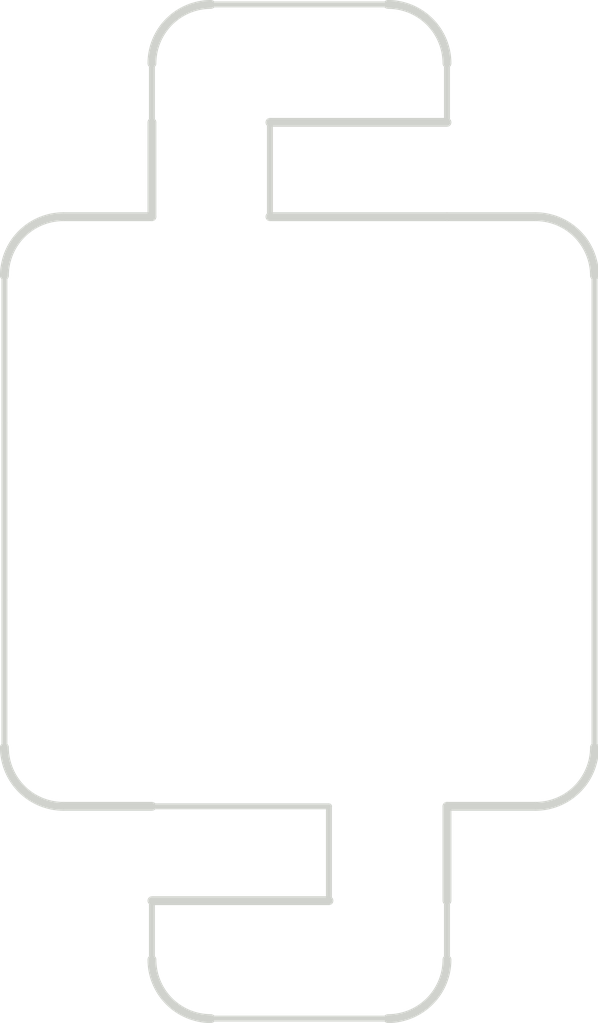
<source format=kicad_pcb>
(kicad_pcb (version 20221018) (generator pcbnew)

  (general
    (thickness 1.6)
  )

  (paper "User" 699.999 799.998)
  (layers
    (0 "F.Cu" signal)
    (31 "B.Cu" signal)
    (32 "B.Adhes" user "B.Adhesive")
    (33 "F.Adhes" user "F.Adhesive")
    (34 "B.Paste" user)
    (35 "F.Paste" user)
    (36 "B.SilkS" user "B.Silkscreen")
    (37 "F.SilkS" user "F.Silkscreen")
    (38 "B.Mask" user)
    (39 "F.Mask" user)
    (40 "Dwgs.User" user "User.Drawings")
    (41 "Cmts.User" user "User.Comments")
    (42 "Eco1.User" user "User.Eco1")
    (43 "Eco2.User" user "User.Eco2")
    (44 "Edge.Cuts" user)
    (45 "Margin" user)
    (46 "B.CrtYd" user "B.Courtyard")
    (47 "F.CrtYd" user "F.Courtyard")
    (48 "B.Fab" user)
    (49 "F.Fab" user)
    (50 "User.1" user)
    (51 "User.2" user)
    (52 "User.3" user)
    (53 "User.4" user)
    (54 "User.5" user)
    (55 "User.6" user)
    (56 "User.7" user)
    (57 "User.8" user)
    (58 "User.9" user)
  )

  (setup
    (stackup
      (layer "F.SilkS" (type "Top Silk Screen"))
      (layer "F.Paste" (type "Top Solder Paste"))
      (layer "F.Mask" (type "Top Solder Mask") (thickness 0.01))
      (layer "F.Cu" (type "copper") (thickness 0.07))
      (layer "dielectric 1" (type "core") (thickness 0.7) (material "FR4") (epsilon_r 4.5) (loss_tangent 0.02))
      (layer "B.Cu" (type "copper") (thickness 0.07))
      (layer "B.Mask" (type "Bottom Solder Mask") (thickness 0.01))
      (layer "B.Paste" (type "Bottom Solder Paste"))
      (layer "B.SilkS" (type "Bottom Silk Screen"))
      (layer "F.SilkS" (type "Top Silk Screen"))
      (layer "F.Paste" (type "Top Solder Paste"))
      (layer "F.Mask" (type "Top Solder Mask") (thickness 0.01))
      (layer "F.Cu" (type "copper") (thickness 0.07))
      (layer "dielectric 2" (type "core") (thickness 0.7) (material "FR4") (epsilon_r 4.5) (loss_tangent 0.02))
      (layer "B.Cu" (type "copper") (thickness 0.07))
      (layer "B.Mask" (type "Bottom Solder Mask") (thickness 0.01))
      (layer "B.Paste" (type "Bottom Solder Paste"))
      (layer "B.SilkS" (type "Bottom Silk Screen"))
      (layer "F.SilkS" (type "Top Silk Screen"))
      (layer "F.Paste" (type "Top Solder Paste"))
      (layer "F.Mask" (type "Top Solder Mask") (thickness 0.01))
      (layer "F.Cu" (type "copper") (thickness 0.07))
      (layer "dielectric 3" (type "core") (thickness 0.7) (material "FR4") (epsilon_r 4.5) (loss_tangent 0.02))
      (layer "B.Cu" (type "copper") (thickness 0.07))
      (layer "B.Mask" (type "Bottom Solder Mask") (thickness 0.01))
      (layer "B.Paste" (type "Bottom Solder Paste"))
      (layer "B.SilkS" (type "Bottom Silk Screen"))
      (layer "F.SilkS" (type "Top Silk Screen"))
      (layer "F.Paste" (type "Top Solder Paste"))
      (layer "F.Mask" (type "Top Solder Mask") (thickness 0.01))
      (layer "F.Cu" (type "copper") (thickness 0.07))
      (layer "dielectric 4" (type "core") (thickness 0.7) (material "FR4") (epsilon_r 4.5) (loss_tangent 0.02))
      (layer "B.Cu" (type "copper") (thickness 0.07))
      (layer "B.Mask" (type "Bottom Solder Mask") (thickness 0.01))
      (layer "B.Paste" (type "Bottom Solder Paste"))
      (layer "B.SilkS" (type "Bottom Silk Screen"))
      (copper_finish "None")
      (dielectric_constraints no)
    )
    (pad_to_mask_clearance 0)
    (aux_axis_origin 28.318751 441.192036)
    (grid_origin 127 101.6)
    (pcbplotparams
      (layerselection 0x00010fc_ffffffff)
      (plot_on_all_layers_selection 0x0000000_00000000)
      (disableapertmacros false)
      (usegerberextensions false)
      (usegerberattributes true)
      (usegerberadvancedattributes true)
      (creategerberjobfile true)
      (dashed_line_dash_ratio 12.000000)
      (dashed_line_gap_ratio 3.000000)
      (svgprecision 4)
      (plotframeref false)
      (viasonmask false)
      (mode 1)
      (useauxorigin false)
      (hpglpennumber 1)
      (hpglpenspeed 20)
      (hpglpendiameter 15.000000)
      (dxfpolygonmode true)
      (dxfimperialunits true)
      (dxfusepcbnewfont true)
      (psnegative false)
      (psa4output false)
      (plotreference true)
      (plotvalue true)
      (plotinvisibletext false)
      (sketchpadsonfab false)
      (subtractmaskfromsilk false)
      (outputformat 1)
      (mirror false)
      (drillshape 0)
      (scaleselection 1)
      (outputdirectory "../../../../Open TPC/")
    )
  )

  (net 0 "")

  (gr_line (start 50.18 48.719) (end 53.18 48.719)
    (stroke (width 0.1) (type default)) (layer "Edge.Cuts") (tstamp 02524954-54d2-47f2-9a4e-569718b9d4c5))
  (gr_arc (start 47.68 39.719) (mid 47.972879 39.011874) (end 48.68 38.719)
    (stroke (width 0.15) (type default)) (layer "Edge.Cuts") (tstamp 036591ec-cfdb-4ce6-b0d2-ad57bc10ae39))
  (gr_line (start 52.18 37.119) (end 52.18 38.719)
    (stroke (width 0.1) (type default)) (layer "Edge.Cuts") (tstamp 1891a111-7c2b-4198-85c5-44a47a0792cb))
  (gr_line (start 50.18 51.319) (end 50.18 50.319)
    (stroke (width 0.1) (type default)) (layer "Edge.Cuts") (tstamp 25d6cf55-b8ed-4594-be52-4367254cd629))
  (gr_line (start 56.68 38.719) (end 55.18 38.719)
    (stroke (width 0.15) (type default)) (layer "Edge.Cuts") (tstamp 452295f8-7e57-4740-ba70-dab02b628414))
  (gr_line (start 55.18 48.719) (end 55.18 50.319)
    (stroke (width 0.15) (type default)) (layer "Edge.Cuts") (tstamp 55ab3fdb-99ab-411e-9af2-789ba29efbf7))
  (gr_arc (start 54.18 35.119) (mid 54.887072 35.411906) (end 55.18 36.119)
    (stroke (width 0.15) (type default)) (layer "Edge.Cuts") (tstamp 561f60e7-7de5-4007-94a1-69b8241cb38f))
  (gr_line (start 50.18 36.119) (end 50.18 37.119)
    (stroke (width 0.1) (type default)) (layer "Edge.Cuts") (tstamp 5bc4bddf-b26a-4041-9f34-545ba1b150ac))
  (gr_arc (start 57.68 47.719) (mid 57.387092 48.426087) (end 56.68 48.719)
    (stroke (width 0.15) (type default)) (layer "Edge.Cuts") (tstamp 5c0a5c6c-f3dd-4d44-b4a2-cb6906e14f47))
  (gr_line (start 55.18 37.119) (end 52.18 37.119)
    (stroke (width 0.15) (type default)) (layer "Edge.Cuts") (tstamp 5f361745-f02c-4e70-9d21-ffe823684c9c))
  (gr_line (start 47.68 45.219) (end 47.68 42.219)
    (stroke (width 0.1) (type default)) (layer "Edge.Cuts") (tstamp 65356451-902a-4f3e-9e5f-67545eb175ee))
  (gr_line (start 48.68 38.719) (end 50.18 38.719)
    (stroke (width 0.15) (type default)) (layer "Edge.Cuts") (tstamp 72cdc800-95d2-4ac2-a5b8-6bfd51cea473))
  (gr_arc (start 55.18 51.319) (mid 54.887092 52.026087) (end 54.18 52.319)
    (stroke (width 0.15) (type default)) (layer "Edge.Cuts") (tstamp 7b456d73-2dc8-487b-869e-4d06507f7ab4))
  (gr_line (start 51.18 35.119) (end 54.18 35.119)
    (stroke (width 0.1) (type default)) (layer "Edge.Cuts") (tstamp 80e729c0-ee68-49cc-bd8c-f29610391863))
  (gr_arc (start 48.68 48.719) (mid 47.972858 48.42612) (end 47.68 47.719)
    (stroke (width 0.15) (type default)) (layer "Edge.Cuts") (tstamp 83fe750e-4a70-4f1c-ba38-0958e39cb2fd))
  (gr_line (start 47.68 47.719) (end 47.68 45.219)
    (stroke (width 0.1) (type default)) (layer "Edge.Cuts") (tstamp 8a382409-e41e-4bb3-a872-76fdfe0a90c7))
  (gr_line (start 47.68 42.219) (end 47.68 39.719)
    (stroke (width 0.1) (type default)) (layer "Edge.Cuts") (tstamp 8f8fb5a6-cbc0-46d2-bcbf-8e3f7454f840))
  (gr_line (start 53.18 50.319) (end 53.18 48.719)
    (stroke (width 0.1) (type default)) (layer "Edge.Cuts") (tstamp 8fd255c9-1993-40fa-b582-b043cf111a0b))
  (gr_line (start 54.18 52.319) (end 51.18 52.319)
    (stroke (width 0.1) (type default)) (layer "Edge.Cuts") (tstamp 927a3da7-caac-44df-9832-5e3a1a0683d1))
  (gr_line (start 57.68 45.219) (end 57.68 42.219)
    (stroke (width 0.1) (type default)) (layer "Edge.Cuts") (tstamp 92f5085e-003d-4a97-893d-c33d6fd5629c))
  (gr_line (start 55.18 48.719) (end 56.68 48.719)
    (stroke (width 0.15) (type default)) (layer "Edge.Cuts") (tstamp 93f57a51-c557-4630-8f52-33d5f2dedf20))
  (gr_line (start 50.18 50.319) (end 53.18 50.319)
    (stroke (width 0.15) (type default)) (layer "Edge.Cuts") (tstamp 99b30074-ef1c-42fe-a768-afab6e1abe42))
  (gr_arc (start 50.18 36.119) (mid 50.472879 35.411874) (end 51.18 35.119)
    (stroke (width 0.15) (type default)) (layer "Edge.Cuts") (tstamp 9f00ef3e-af33-402f-ba03-9492947efcc1))
  (gr_line (start 50.18 38.719) (end 50.18 37.119)
    (stroke (width 0.15) (type default)) (layer "Edge.Cuts") (tstamp 9ff5bed0-9fa8-4668-a6f0-76b3d3ae61f9))
  (gr_line (start 55.18 36.119) (end 55.18 37.119)
    (stroke (width 0.1) (type default)) (layer "Edge.Cuts") (tstamp ac35baee-7fe8-4b7c-a17c-82cc1395dc24))
  (gr_line (start 57.68 42.219) (end 57.68 39.719)
    (stroke (width 0.1) (type default)) (layer "Edge.Cuts") (tstamp b9320923-b4b3-4f3c-85c5-942ff7b98372))
  (gr_line (start 55.18 38.719) (end 52.18 38.719)
    (stroke (width 0.15) (type default)) (layer "Edge.Cuts") (tstamp bd964458-fe71-48d8-a901-fcc5a6f03241))
  (gr_arc (start 56.68 38.719) (mid 57.387072 39.011906) (end 57.68 39.719)
    (stroke (width 0.15) (type default)) (layer "Edge.Cuts") (tstamp c047c880-131d-4119-b2e4-c601e97e16ce))
  (gr_line (start 48.68 48.719) (end 50.18 48.719)
    (stroke (width 0.15) (type default)) (layer "Edge.Cuts") (tstamp cfb96460-4992-435d-894b-0b3f92791f82))
  (gr_line (start 55.18 51.319) (end 55.18 50.319)
    (stroke (width 0.1) (type default)) (layer "Edge.Cuts") (tstamp f080a0e7-d7c6-41ba-afa1-86a43950bd26))
  (gr_arc (start 51.18 52.319) (mid 50.472858 52.02612) (end 50.18 51.319)
    (stroke (width 0.15) (type default)) (layer "Edge.Cuts") (tstamp f9cd253b-8c0c-4ad9-a36b-b934e1b7e904))
  (gr_line (start 57.68 47.719) (end 57.68 45.219)
    (stroke (width 0.1) (type default)) (layer "Edge.Cuts") (tstamp fec8241e-2ce8-43f8-bf07-4ff8402b5957))
  (gr_line (start 48.68 41.219) (end 56.68 41.219)
    (stroke (width 0.15) (type default)) (layer "User.6") (tstamp 0997e2a3-ca6a-48b1-a893-dd6b888fd67b))
  (gr_rect (start 47.68 41.219) (end 48.68 42.219)
    (stroke (width 0.15) (type default)) (fill none) (layer "User.6") (tstamp 24c22521-c226-4168-ae03-78d303d24403))
  (gr_circle (center 52.68 43.719) (end 55.18 43.719)
    (stroke (width 0.2) (type default)) (fill none) (layer "User.6") (tstamp 2660add7-62a4-4add-9c57-0d79993c39a4))
  (gr_line (start 50.18 37.119) (end 54.68 37.119)
    (stroke (width 0.15) (type default)) (layer "User.6") (tstamp 2967fbaa-5b13-4a2a-a621-b60c5afb938c))
  (gr_line (start 47.68 42.219) (end 47.68 45.219)
    (stroke (width 0.15) (type default)) (layer "User.6") (tstamp 68941571-0860-451c-868e-5ca9208eedbe))
  (gr_rect (start 54.18 37.119) (end 55.18 38.119)
    (stroke (width 0.15) (type default)) (fill none) (layer "User.6") (tstamp 7156b0ec-2225-4616-95b5-ca77ddcbaf15))
  (gr_line (start 48.68 46.219) (end 56.68 46.219)
    (stroke (width 0.15) (type default)) (layer "User.6") (tstamp 91565c42-02d6-4d83-b153-86a82f5c62bc))
  (gr_rect (start 52.18 37.119) (end 53.18 38.119)
    (stroke (width 0.15) (type default)) (fill none) (layer "User.6") (tstamp 96fda6e5-cfb1-458e-8f8a-11306c529fd3))
  (gr_rect (start 56.68 41.219) (end 57.68 42.219)
    (stroke (width 0.15) (type default)) (fill none) (layer "User.6") (tstamp 9ab02233-7e71-4e4c-b76a-590904773956))
  (gr_rect (start 47.68 45.219) (end 48.68 46.219)
    (stroke (width 0.15) (type default)) (fill none) (layer "User.6") (tstamp 9edc8254-46f6-4967-be3a-984b5d2116cb))
  (gr_rect (start 56.68 45.219) (end 57.68 46.219)
    (stroke (width 0.15) (type default)) (fill none) (layer "User.6") (tstamp a48002b5-1617-4bf9-8970-a11af8cd55a1))
  (gr_arc (start 47.68 39.719) (mid 47.972879 39.011874) (end 48.68 38.719)
    (stroke (width 0.15) (type default)) (layer "User.6") (tstamp a63c8bc5-6781-4615-9628-fdf50b93ff72))
  (gr_rect (start 50.18 49.319) (end 51.18 50.319)
    (stroke (width 0.15) (type default)) (fill none) (layer "User.6") (tstamp b1de74eb-aa39-46b1-a3ec-ce3f448369ad))
  (gr_rect (start 50.18 37.119) (end 51.18 38.119)
    (stroke (width 0.15) (type default)) (fill none) (layer "User.6") (tstamp b326b564-612b-414b-8e37-284debd837d6))
  (gr_line (start 57.68 42.219) (end 57.68 45.219)
    (stroke (width 0.15) (type default)) (layer "User.6") (tstamp b3e2553b-f2ff-4578-9277-d784220fdd99))
  (gr_rect (start 54.18 49.319) (end 55.18 50.319)
    (stroke (width 0.15) (type default)) (fill none) (layer "User.6") (tstamp cddbe7e5-29e3-4a5b-9fed-994f5de897c7))
  (gr_rect (start 53.18 37.119) (end 54.18 38.119)
    (stroke (width 0.15) (type default)) (fill none) (layer "User.6") (tstamp d4237c5b-9d68-4f0b-919b-0043c415dd57))
  (gr_line (start 50.18 48.719) (end 55.18 48.719)
    (stroke (width 0.15) (type default)) (layer "User.6") (tstamp da1bb2cc-956c-4a6c-be1b-386fcef9bc87))
  (gr_line (start 55.18 38.719) (end 50.18 38.719)
    (stroke (width 0.15) (type default)) (layer "User.6") (tstamp e4355618-b407-4887-ab79-d1190b86507a))
  (gr_rect (start 51.18 37.119) (end 52.18 38.119)
    (stroke (width 0.15) (type default)) (fill none) (layer "User.6") (tstamp fca72c31-2fdb-4471-aa30-bbb1f92635a9))

)

</source>
